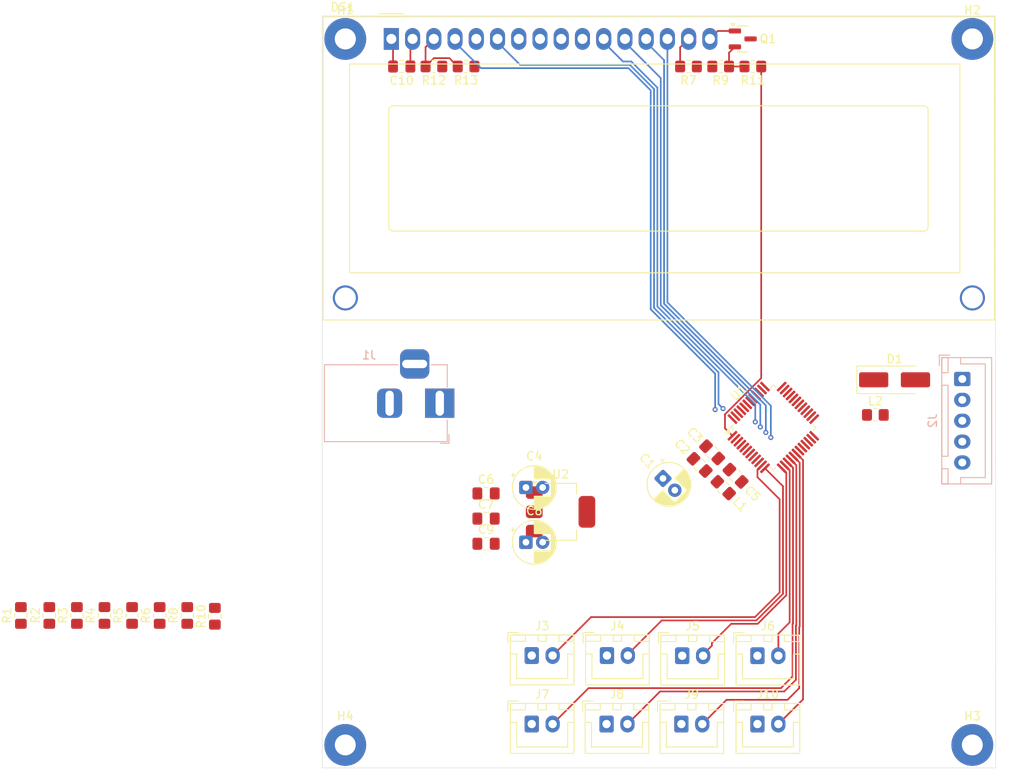
<source format=kicad_pcb>
(kicad_pcb (version 20241229) (generator "pcbnew") (generator_version "9.0")
  (title_block (title "Test Jig - Temperature") (date "2025-10-04") (rev "1.0") (company "Wyre Innovations") (comment 1 "Author: Shishir Dey"))
  (layers (0 "F.Cu" signal) (2 "B.Cu" signal) (13 "F.Paste" user) (15 "B.Paste" user) (5 "F.SilkS" user "F.Silkscreen") (7 "B.SilkS" user "B.Silkscreen") (1 "F.Mask" user) (3 "B.Mask" user) (25 "Edge.Cuts" user))
  (net 0 "")
  (net 1 "MCU_VDD")
  (net 2 "GND")
  (net 3 "Net-(U2-VI)")
  (net 4 "SWD_NRST")
  (net 5 "+3.3V")
  (net 6 "+5V")
  (net 7 "SWD_+5V")
  (net 8 "LCD_RS")
  (net 9 "Net-(DS1-LED(+))")
  (net 10 "LCD_EN")
  (net 11 "LCD_DATA2")
  (net 12 "Net-(DS1-LED(-))")
  (net 13 "LCD_DATA0")
  (net 14 "Net-(DS1-VO)")
  (net 15 "LCD_DATA3")
  (net 16 "LCD_DATA1")
  (net 17 "SWD_SWCLK")
  (net 18 "SWD_SWDIO")
  (net 19 "THERM_1")
  (net 20 "THERM_2")
  (net 21 "THERM_3")
  (net 22 "THERM_4")
  (net 23 "THERM_5")
  (net 24 "THERM_6")
  (net 25 "THERM_7")
  (net 26 "THERM_8")
  (net 27 "Net-(Q1-B)")
  (net 28 "LCD_BACKLIGHT")
  (footprint "Resistor_SMD:R_0805_2012Metric_Pad1.20x1.40mm_HandSolder" (layer "F.Cu") (at 153.107107 117.407107 135)
    (property "Reference" "L1" (at -2.838478 0 135) (layer "F.SilkS"))
    (property "Value" "SHORT/0805")
    (pad "1" smd roundrect (at -1 0 135) (size 1.2 1.4) (layers "F.Cu" "F.Mask" "F.Paste") (roundrect_rratio 0.208333) (net 5 "+3.3V"))
    (pad "2" smd roundrect (at 1 0 135) (size 1.2 1.4) (layers "F.Cu" "F.Mask" "F.Paste") (roundrect_rratio 0.208333) (net 1 "MCU_VDD"))
  )
  (footprint "Resistor_SMD:R_0805_2012Metric_Pad1.20x1.40mm_HandSolder" (layer "F.Cu") (at 122.35 67)
    (property "Reference" "R13" (at 0 1.65 0) (layer "F.SilkS"))
    (property "Value" "1K5/0805")
    (pad "1" smd roundrect (at -1 0) (size 1.2 1.4) (layers "F.Cu" "F.Mask" "F.Paste") (roundrect_rratio 0.208333) (net 14 "Net-(DS1-VO)"))
    (pad "2" smd roundrect (at 1 0) (size 1.2 1.4) (layers "F.Cu" "F.Mask" "F.Paste") (roundrect_rratio 0.208333) (net 2 "GND"))
  )
  (footprint "Connector_JST:JST_XH_B2B-XH-A_1x02_P2.50mm_Vertical" (layer "F.Cu") (at 157.2 137.525)
    (property "Reference" "J6" (at 1.25 -3.55 0) (layer "F.SilkS"))
    (property "Value" "Thermistor")
    (pad "1" thru_hole roundrect (at 0 0) (size 1.7 2) (drill 1) (layers "*.Cu" "*.Mask") (roundrect_rratio 0.147059) (net 2 "GND"))
    (pad "2" thru_hole oval (at 2.5 0) (size 1.7 2) (drill 1) (layers "*.Cu" "*.Mask") (net 22 "THERM_4"))
  )
  (footprint "MountingHole:MountingHole_2.5mm_Pad" (layer "F.Cu") (at 107.9 63.7)
    (property "Reference" "H1" (at 0 -3.45 0) (layer "F.SilkS"))
    (property "Value" "MOUNTING HOLE")
    (pad "1" thru_hole circle (at 0 0) (size 5 5) (drill 2.5) (layers "*.Cu" "*.Mask"))
  )
  (footprint "Resistor_SMD:R_0805_2012Metric_Pad1.20x1.40mm_HandSolder" (layer "F.Cu") (at 75.8 132.7 90)
    (property "Reference" "R3" (at 0 -1.65 90) (layer "F.SilkS"))
    (property "Value" "10K/0805")
    (pad "1" smd roundrect (at -1 0 90) (size 1.2 1.4) (layers "F.Cu" "F.Mask" "F.Paste") (roundrect_rratio 0.208333) (net 6 "+5V"))
    (pad "2" smd roundrect (at 1 0 90) (size 1.2 1.4) (layers "F.Cu" "F.Mask" "F.Paste") (roundrect_rratio 0.208333) (net 21 "THERM_3"))
  )
  (footprint "Connector_JST:JST_XH_B2B-XH-A_1x02_P2.50mm_Vertical" (layer "F.Cu") (at 130.2 137.5)
    (property "Reference" "J3" (at 1.25 -3.55 0) (layer "F.SilkS"))
    (property "Value" "Thermistor")
    (pad "1" thru_hole roundrect (at 0 0) (size 1.7 2) (drill 1) (layers "*.Cu" "*.Mask") (roundrect_rratio 0.147059) (net 2 "GND"))
    (pad "2" thru_hole oval (at 2.5 0) (size 1.7 2) (drill 1) (layers "*.Cu" "*.Mask") (net 19 "THERM_1"))
  )
  (footprint "Capacitor_SMD:C_0805_2012Metric_Pad1.18x1.45mm_HandSolder" (layer "F.Cu") (at 114.65 67 180)
    (property "Reference" "C10" (at 0 -1.68 0) (layer "F.SilkS"))
    (property "Value" "0.1uF/0805")
    (pad "1" smd roundrect (at -1.0375 0 180) (size 1.175 1.45) (layers "F.Cu" "F.Mask" "F.Paste") (roundrect_rratio 0.212766) (net 6 "+5V"))
    (pad "2" smd roundrect (at 1.0375 0 180) (size 1.175 1.45) (layers "F.Cu" "F.Mask" "F.Paste") (roundrect_rratio 0.212766) (net 2 "GND"))
  )
  (footprint "Resistor_SMD:R_0805_2012Metric_Pad1.20x1.40mm_HandSolder" (layer "F.Cu") (at 156.65 67 180)
    (property "Reference" "R11" (at 0 -1.65 0) (layer "F.SilkS"))
    (property "Value" "10K/0805")
    (pad "1" smd roundrect (at -1 0 180) (size 1.2 1.4) (layers "F.Cu" "F.Mask" "F.Paste") (roundrect_rratio 0.208333) (net 28 "LCD_BACKLIGHT"))
    (pad "2" smd roundrect (at 1 0 180) (size 1.2 1.4) (layers "F.Cu" "F.Mask" "F.Paste") (roundrect_rratio 0.208333) (net 27 "Net-(Q1-B)"))
  )
  (footprint "Capacitor_SMD:C_0805_2012Metric_Pad1.18x1.45mm_HandSolder" (layer "F.Cu") (at 151.780591 113.180591 -45)
    (property "Reference" "C3" (at -2.922298 0 135) (layer "F.SilkS"))
    (property "Value" "0.1uF/0805")
    (pad "1" smd roundrect (at -1.0375 0 315) (size 1.175 1.45) (layers "F.Cu" "F.Mask" "F.Paste") (roundrect_rratio 0.212766) (net 1 "MCU_VDD"))
    (pad "2" smd roundrect (at 1.0375 0 315) (size 1.175 1.45) (layers "F.Cu" "F.Mask" "F.Paste") (roundrect_rratio 0.212766) (net 2 "GND"))
  )
  (footprint "Resistor_SMD:R_0805_2012Metric_Pad1.20x1.40mm_HandSolder" (layer "F.Cu") (at 69.1 132.7 90)
    (property "Reference" "R1" (at 0 -1.65 90) (layer "F.SilkS"))
    (property "Value" "10K/0805")
    (pad "1" smd roundrect (at -1 0 90) (size 1.2 1.4) (layers "F.Cu" "F.Mask" "F.Paste") (roundrect_rratio 0.208333) (net 6 "+5V"))
    (pad "2" smd roundrect (at 1 0 90) (size 1.2 1.4) (layers "F.Cu" "F.Mask" "F.Paste") (roundrect_rratio 0.208333) (net 19 "THERM_1"))
  )
  (footprint "Package_QFP:LQFP-48_7x7mm_P0.5mm" (layer "F.Cu") (at 159.1 110.2 45)
    (property "Reference" "U1" (at 0 -5.85 45) (layer "F.SilkS"))
    (property "Value" "STM32G030C6Tx")
    (pad "1" smd roundrect (at -4.1625 -2.75 45) (size 1.475 0.3) (layers "F.Cu" "F.Mask" "F.Paste") (net 28 "LCD_BACKLIGHT"))
    (pad "2" smd roundrect (at -4.1625 -2.25 45) (size 1.475 0.3) (layers "F.Cu" "F.Mask" "F.Paste"))
    (pad "3" smd roundrect (at -4.1625 -1.75 45) (size 1.475 0.3) (layers "F.Cu" "F.Mask" "F.Paste"))
    (pad "4" smd roundrect (at -4.1625 -1.249999 45) (size 1.475 0.3) (layers "F.Cu" "F.Mask" "F.Paste"))
    (pad "5" smd roundrect (at -4.1625 -0.75 45) (size 1.475 0.3) (layers "F.Cu" "F.Mask" "F.Paste") (net 1 "MCU_VDD"))
    (pad "6" smd roundrect (at -4.1625 -0.25 45) (size 1.475 0.3) (layers "F.Cu" "F.Mask" "F.Paste") (net 1 "MCU_VDD"))
    (pad "7" smd roundrect (at -4.1625 0.25 45) (size 1.475 0.3) (layers "F.Cu" "F.Mask" "F.Paste") (net 2 "GND"))
    (pad "8" smd roundrect (at -4.1625 0.75 45) (size 1.475 0.3) (layers "F.Cu" "F.Mask" "F.Paste"))
    (pad "9" smd roundrect (at -4.1625 1.249999 45) (size 1.475 0.3) (layers "F.Cu" "F.Mask" "F.Paste"))
    (pad "10" smd roundrect (at -4.1625 1.75 45) (size 1.475 0.3) (layers "F.Cu" "F.Mask" "F.Paste") (net 4 "SWD_NRST"))
    (pad "11" smd roundrect (at -4.1625 2.25 45) (size 1.475 0.3) (layers "F.Cu" "F.Mask" "F.Paste") (net 19 "THERM_1"))
    (pad "12" smd roundrect (at -4.1625 2.75 45) (size 1.475 0.3) (layers "F.Cu" "F.Mask" "F.Paste") (net 20 "THERM_2"))
    (pad "13" smd roundrect (at -2.75 4.1625 45) (size 0.3 1.475) (layers "F.Cu" "F.Mask" "F.Paste") (net 21 "THERM_3"))
    (pad "14" smd roundrect (at -2.25 4.1625 45) (size 0.3 1.475) (layers "F.Cu" "F.Mask" "F.Paste") (net 22 "THERM_4"))
    (pad "15" smd roundrect (at -1.75 4.1625 45) (size 0.3 1.475) (layers "F.Cu" "F.Mask" "F.Paste") (net 23 "THERM_5"))
    (pad "16" smd roundrect (at -1.249999 4.1625 45) (size 0.3 1.475) (layers "F.Cu" "F.Mask" "F.Paste") (net 24 "THERM_6"))
    (pad "17" smd roundrect (at -0.75 4.1625 45) (size 0.3 1.475) (layers "F.Cu" "F.Mask" "F.Paste") (net 25 "THERM_7"))
    (pad "18" smd roundrect (at -0.25 4.1625 45) (size 0.3 1.475) (layers "F.Cu" "F.Mask" "F.Paste") (net 26 "THERM_8"))
    (pad "19" smd roundrect (at 0.25 4.1625 45) (size 0.3 1.475) (layers "F.Cu" "F.Mask" "F.Paste"))
    (pad "20" smd roundrect (at 0.75 4.1625 45) (size 0.3 1.475) (layers "F.Cu" "F.Mask" "F.Paste"))
    (pad "21" smd roundrect (at 1.249999 4.1625 45) (size 0.3 1.475) (layers "F.Cu" "F.Mask" "F.Paste"))
    (pad "22" smd roundrect (at 1.75 4.1625 45) (size 0.3 1.475) (layers "F.Cu" "F.Mask" "F.Paste"))
    (pad "23" smd roundrect (at 2.25 4.1625 45) (size 0.3 1.475) (layers "F.Cu" "F.Mask" "F.Paste"))
    (pad "24" smd roundrect (at 2.75 4.1625 45) (size 0.3 1.475) (layers "F.Cu" "F.Mask" "F.Paste"))
    (pad "25" smd roundrect (at 4.1625 2.75 45) (size 1.475 0.3) (layers "F.Cu" "F.Mask" "F.Paste"))
    (pad "26" smd roundrect (at 4.1625 2.25 45) (size 1.475 0.3) (layers "F.Cu" "F.Mask" "F.Paste"))
    (pad "27" smd roundrect (at 4.1625 1.75 45) (size 1.475 0.3) (layers "F.Cu" "F.Mask" "F.Paste"))
    (pad "28" smd roundrect (at 4.1625 1.249999 45) (size 1.475 0.3) (layers "F.Cu" "F.Mask" "F.Paste"))
    (pad "29" smd roundrect (at 4.1625 0.75 45) (size 1.475 0.3) (layers "F.Cu" "F.Mask" "F.Paste"))
    (pad "30" smd roundrect (at 4.1625 0.25 45) (size 1.475 0.3) (layers "F.Cu" "F.Mask" "F.Paste"))
    (pad "31" smd roundrect (at 4.1625 -0.25 45) (size 1.475 0.3) (layers "F.Cu" "F.Mask" "F.Paste"))
    (pad "32" smd roundrect (at 4.1625 -0.75 45) (size 1.475 0.3) (layers "F.Cu" "F.Mask" "F.Paste"))
    (pad "33" smd roundrect (at 4.1625 -1.249999 45) (size 1.475 0.3) (layers "F.Cu" "F.Mask" "F.Paste"))
    (pad "34" smd roundrect (at 4.1625 -1.75 45) (size 1.475 0.3) (layers "F.Cu" "F.Mask" "F.Paste"))
    (pad "35" smd roundrect (at 4.1625 -2.25 45) (size 1.475 0.3) (layers "F.Cu" "F.Mask" "F.Paste") (net 18 "SWD_SWDIO"))
    (pad "36" smd roundrect (at 4.1625 -2.75 45) (size 1.475 0.3) (layers "F.Cu" "F.Mask" "F.Paste") (net 17 "SWD_SWCLK"))
    (pad "37" smd roundrect (at 2.75 -4.1625 45) (size 0.3 1.475) (layers "F.Cu" "F.Mask" "F.Paste"))
    (pad "38" smd roundrect (at 2.25 -4.1625 45) (size 0.3 1.475) (layers "F.Cu" "F.Mask" "F.Paste"))
    (pad "39" smd roundrect (at 1.75 -4.1625 45) (size 0.3 1.475) (layers "F.Cu" "F.Mask" "F.Paste"))
    (pad "40" smd roundrect (at 1.249999 -4.1625 45) (size 0.3 1.475) (layers "F.Cu" "F.Mask" "F.Paste"))
    (pad "41" smd roundrect (at 0.75 -4.1625 45) (size 0.3 1.475) (layers "F.Cu" "F.Mask" "F.Paste"))
    (pad "42" smd roundrect (at 0.25 -4.1625 45) (size 0.3 1.475) (layers "F.Cu" "F.Mask" "F.Paste"))
    (pad "43" smd roundrect (at -0.25 -4.1625 45) (size 0.3 1.475) (layers "F.Cu" "F.Mask" "F.Paste") (net 13 "LCD_DATA0"))
    (pad "44" smd roundrect (at -0.75 -4.1625 45) (size 0.3 1.475) (layers "F.Cu" "F.Mask" "F.Paste") (net 16 "LCD_DATA1"))
    (pad "45" smd roundrect (at -1.249999 -4.1625 45) (size 0.3 1.475) (layers "F.Cu" "F.Mask" "F.Paste") (net 11 "LCD_DATA2"))
    (pad "46" smd roundrect (at -1.75 -4.1625 45) (size 0.3 1.475) (layers "F.Cu" "F.Mask" "F.Paste") (net 15 "LCD_DATA3"))
    (pad "47" smd roundrect (at -2.25 -4.1625 45) (size 0.3 1.475) (layers "F.Cu" "F.Mask" "F.Paste") (net 8 "LCD_RS"))
    (pad "48" smd roundrect (at -2.75 -4.1625 45) (size 0.3 1.475) (layers "F.Cu" "F.Mask" "F.Paste") (net 10 "LCD_EN"))
  )
  (footprint "Connector_JST:JST_XH_B2B-XH-A_1x02_P2.50mm_Vertical" (layer "F.Cu") (at 139.2 137.5)
    (property "Reference" "J4" (at 1.25 -3.55 0) (layer "F.SilkS"))
    (property "Value" "Thermistor")
    (pad "1" thru_hole roundrect (at 0 0) (size 1.7 2) (drill 1) (layers "*.Cu" "*.Mask") (roundrect_rratio 0.147059) (net 2 "GND"))
    (pad "2" thru_hole oval (at 2.5 0) (size 1.7 2) (drill 1) (layers "*.Cu" "*.Mask") (net 20 "THERM_2"))
  )
  (footprint "MountingHole:MountingHole_2.5mm_Pad" (layer "F.Cu") (at 107.9 148.2)
    (property "Reference" "H4" (at 0 -3.45 0) (layer "F.SilkS"))
    (property "Value" "MOUNTING HOLE")
    (pad "1" thru_hole circle (at 0 0) (size 5 5) (drill 2.5) (layers "*.Cu" "*.Mask"))
  )
  (footprint "Resistor_SMD:R_0805_2012Metric_Pad1.20x1.40mm_HandSolder" (layer "F.Cu") (at 148.95 67 180)
    (property "Reference" "R7" (at 0 -1.65 0) (layer "F.SilkS"))
    (property "Value" "10K/0805")
    (pad "1" smd roundrect (at -1 0 180) (size 1.2 1.4) (layers "F.Cu" "F.Mask" "F.Paste") (roundrect_rratio 0.208333) (net 6 "+5V"))
    (pad "2" smd roundrect (at 1 0 180) (size 1.2 1.4) (layers "F.Cu" "F.Mask" "F.Paste") (roundrect_rratio 0.208333) (net 9 "Net-(DS1-LED(+))"))
  )
  (footprint "Capacitor_SMD:C_0805_2012Metric_Pad1.18x1.45mm_HandSolder" (layer "F.Cu") (at 124.7375 118.1)
    (property "Reference" "C6" (at 0 -1.68 0) (layer "F.SilkS"))
    (property "Value" "0.1uF/0805")
    (pad "1" smd roundrect (at -1.0375 0) (size 1.175 1.45) (layers "F.Cu" "F.Mask" "F.Paste") (roundrect_rratio 0.212766) (net 3 "Net-(U2-VI)"))
    (pad "2" smd roundrect (at 1.0375 0) (size 1.175 1.45) (layers "F.Cu" "F.Mask" "F.Paste") (roundrect_rratio 0.212766) (net 2 "GND"))
  )
  (footprint "Display:WC1602A" (layer "F.Cu") (at 113.41 63.7)
    (property "Reference" "DS1" (at -5.82 -3.81 0) (layer "F.SilkS"))
    (property "Value" "WC1602A")
    (pad "" thru_hole circle (at -5.4991 0) (size 3 3) (drill 2.5) (layers "*.Cu" "*.Mask"))
    (pad "" thru_hole circle (at -5.4991 31.0007) (size 3 3) (drill 2.5) (layers "*.Cu" "*.Mask"))
    (pad "" thru_hole circle (at 69.49948 31.0007) (size 3 3) (drill 2.5) (layers "*.Cu" "*.Mask"))
    (pad "" thru_hole circle (at 69.5 0) (size 3 3) (drill 2.5) (layers "*.Cu" "*.Mask"))
    (pad "1" thru_hole rect (at 0 0) (size 1.8 2.6) (drill 1.2) (layers "*.Cu" "*.Mask") (net 2 "GND"))
    (pad "2" thru_hole oval (at 2.54 0) (size 1.8 2.6) (drill 1.2) (layers "*.Cu" "*.Mask") (net 6 "+5V"))
    (pad "3" thru_hole oval (at 5.08 0) (size 1.8 2.6) (drill 1.2) (layers "*.Cu" "*.Mask") (net 14 "Net-(DS1-VO)"))
    (pad "4" thru_hole oval (at 7.62 0) (size 1.8 2.6) (drill 1.2) (layers "*.Cu" "*.Mask") (net 8 "LCD_RS"))
    (pad "5" thru_hole oval (at 10.16 0) (size 1.8 2.6) (drill 1.2) (layers "*.Cu" "*.Mask") (net 2 "GND"))
    (pad "6" thru_hole oval (at 12.7 0) (size 1.8 2.6) (drill 1.2) (layers "*.Cu" "*.Mask") (net 10 "LCD_EN"))
    (pad "7" thru_hole oval (at 15.24 0) (size 1.8 2.6) (drill 1.2) (layers "*.Cu" "*.Mask") (net 2 "GND"))
    (pad "8" thru_hole oval (at 17.78 0) (size 1.8 2.6) (drill 1.2) (layers "*.Cu" "*.Mask") (net 2 "GND"))
    (pad "9" thru_hole oval (at 20.32 0) (size 1.8 2.6) (drill 1.2) (layers "*.Cu" "*.Mask") (net 2 "GND"))
    (pad "10" thru_hole oval (at 22.86 0) (size 1.8 2.6) (drill 1.2) (layers "*.Cu" "*.Mask") (net 2 "GND"))
    (pad "11" thru_hole oval (at 25.4 0) (size 1.8 2.6) (drill 1.2) (layers "*.Cu" "*.Mask") (net 13 "LCD_DATA0"))
    (pad "12" thru_hole oval (at 27.94 0) (size 1.8 2.6) (drill 1.2) (layers "*.Cu" "*.Mask") (net 16 "LCD_DATA1"))
    (pad "13" thru_hole oval (at 30.48 0) (size 1.8 2.6) (drill 1.2) (layers "*.Cu" "*.Mask") (net 11 "LCD_DATA2"))
    (pad "14" thru_hole oval (at 33.02 0) (size 1.8 2.6) (drill 1.2) (layers "*.Cu" "*.Mask") (net 15 "LCD_DATA3"))
    (pad "15" thru_hole oval (at 35.56 0) (size 1.8 2.6) (drill 1.2) (layers "*.Cu" "*.Mask") (net 9 "Net-(DS1-LED(+))"))
    (pad "16" thru_hole oval (at 38.1 0) (size 1.8 2.6) (drill 1.2) (layers "*.Cu" "*.Mask") (net 12 "Net-(DS1-LED(-))"))
  )
  (footprint "Capacitor_SMD:C_0805_2012Metric_Pad1.18x1.45mm_HandSolder" (layer "F.Cu") (at 124.7375 124.12)
    (property "Reference" "C9" (at 0 -1.68 0) (layer "F.SilkS"))
    (property "Value" "0.1uF/0805")
    (pad "1" smd roundrect (at -1.0375 0) (size 1.175 1.45) (layers "F.Cu" "F.Mask" "F.Paste") (roundrect_rratio 0.212766) (net 5 "+3.3V"))
    (pad "2" smd roundrect (at 1.0375 0) (size 1.175 1.45) (layers "F.Cu" "F.Mask" "F.Paste") (roundrect_rratio 0.212766) (net 2 "GND"))
  )
  (footprint "MountingHole:MountingHole_2.5mm_Pad" (layer "F.Cu") (at 182.9 63.7)
    (property "Reference" "H2" (at 0 -3.45 0) (layer "F.SilkS"))
    (property "Value" "MOUNTING HOLE")
    (pad "1" thru_hole circle (at 0 0) (size 5 5) (drill 2.5) (layers "*.Cu" "*.Mask"))
  )
  (footprint "Capacitor_SMD:C_0805_2012Metric_Pad1.18x1.45mm_HandSolder" (layer "F.Cu") (at 150.280591 114.680591 -45)
    (property "Reference" "C2" (at -2.993009 -0.070711 135) (layer "F.SilkS"))
    (property "Value" "0.1uF/0805")
    (pad "1" smd roundrect (at -1.0375 0 315) (size 1.175 1.45) (layers "F.Cu" "F.Mask" "F.Paste") (roundrect_rratio 0.212766) (net 1 "MCU_VDD"))
    (pad "2" smd roundrect (at 1.0375 0 315) (size 1.175 1.45) (layers "F.Cu" "F.Mask" "F.Paste") (roundrect_rratio 0.212766) (net 2 "GND"))
  )
  (footprint "Resistor_SMD:R_0805_2012Metric_Pad1.20x1.40mm_HandSolder" (layer "F.Cu") (at 89 132.7 90)
    (property "Reference" "R8" (at 0 -1.65 90) (layer "F.SilkS"))
    (property "Value" "10K/0805")
    (pad "1" smd roundrect (at -1 0 90) (size 1.2 1.4) (layers "F.Cu" "F.Mask" "F.Paste") (roundrect_rratio 0.208333) (net 6 "+5V"))
    (pad "2" smd roundrect (at 1 0 90) (size 1.2 1.4) (layers "F.Cu" "F.Mask" "F.Paste") (roundrect_rratio 0.208333) (net 25 "THERM_7"))
  )
  (footprint "Resistor_SMD:R_0805_2012Metric_Pad1.20x1.40mm_HandSolder" (layer "F.Cu") (at 118.5 67 180)
    (property "Reference" "R12" (at 0 -1.65 0) (layer "F.SilkS"))
    (property "Value" "10K/0805")
    (pad "1" smd roundrect (at -1 0 180) (size 1.2 1.4) (layers "F.Cu" "F.Mask" "F.Paste") (roundrect_rratio 0.208333) (net 6 "+5V"))
    (pad "2" smd roundrect (at 1 0 180) (size 1.2 1.4) (layers "F.Cu" "F.Mask" "F.Paste") (roundrect_rratio 0.208333) (net 14 "Net-(DS1-VO)"))
  )
  (footprint "Capacitor_THT:CP_Radial_D5.0mm_P2.00mm" (layer "F.Cu") (at 129.507275 117.39)
    (property "Reference" "C4" (at 1 -3.75 0) (layer "F.SilkS"))
    (property "Value" "100uF/25V")
    (pad "1" thru_hole roundrect (at 0 0) (size 1.6 1.6) (drill 0.8) (layers "*.Cu" "*.Mask") (roundrect_rratio 0.15625) (net 3 "Net-(U2-VI)"))
    (pad "2" thru_hole circle (at 2 0) (size 1.6 1.6) (drill 0.8) (layers "*.Cu" "*.Mask") (net 2 "GND"))
  )
  (footprint "Resistor_SMD:R_0805_2012Metric_Pad1.20x1.40mm_HandSolder" (layer "F.Cu") (at 92.3 132.8 90)
    (property "Reference" "R10" (at 0 -1.65 90) (layer "F.SilkS"))
    (property "Value" "10K/0805")
    (pad "1" smd roundrect (at -1 0 90) (size 1.2 1.4) (layers "F.Cu" "F.Mask" "F.Paste") (roundrect_rratio 0.208333) (net 6 "+5V"))
    (pad "2" smd roundrect (at 1 0 90) (size 1.2 1.4) (layers "F.Cu" "F.Mask" "F.Paste") (roundrect_rratio 0.208333) (net 26 "THERM_8"))
  )
  (footprint "Package_TO_SOT_SMD:SOT-23" (layer "F.Cu") (at 155.4375 63.7)
    (property "Reference" "Q1" (at 3.0125 0 0) (layer "F.SilkS"))
    (property "Value" "BC547")
    (pad "1" smd roundrect (at -0.9375 -0.95) (size 1.475 0.6) (layers "F.Cu" "F.Mask" "F.Paste") (net 12 "Net-(DS1-LED(-))"))
    (pad "2" smd roundrect (at -0.9375 0.95) (size 1.475 0.6) (layers "F.Cu" "F.Mask" "F.Paste") (net 27 "Net-(Q1-B)"))
    (pad "3" smd roundrect (at 0.9375 0) (size 1.475 0.6) (layers "F.Cu" "F.Mask" "F.Paste") (net 2 "GND"))
  )
  (footprint "Package_TO_SOT_SMD:SOT-223-3_TabPin2" (layer "F.Cu") (at 133.65 120.3)
    (property "Reference" "U2" (at 0 -4.5 0) (layer "F.SilkS"))
    (property "Value" "TL1117B-3.3")
    (pad "1" smd roundrect (at -3.15 -2.3) (size 2 1.5) (layers "F.Cu" "F.Mask" "F.Paste") (net 2 "GND"))
    (pad "2" smd roundrect (at -3.15 0) (size 2 1.5) (layers "F.Cu" "F.Mask" "F.Paste") (net 5 "+3.3V"))
    (pad "2" smd roundrect (at 3.15 0) (size 2 3.8) (layers "F.Cu" "F.Mask" "F.Paste") (net 5 "+3.3V"))
    (pad "3" smd roundrect (at -3.15 2.3) (size 2 1.5) (layers "F.Cu" "F.Mask" "F.Paste") (net 3 "Net-(U2-VI)"))
  )
  (footprint "Resistor_SMD:R_0805_2012Metric_Pad1.20x1.40mm_HandSolder" (layer "F.Cu") (at 79.1 132.7 90)
    (property "Reference" "R4" (at 0 -1.65 90) (layer "F.SilkS"))
    (property "Value" "10K/0805")
    (pad "1" smd roundrect (at -1 0 90) (size 1.2 1.4) (layers "F.Cu" "F.Mask" "F.Paste") (roundrect_rratio 0.208333) (net 6 "+5V"))
    (pad "2" smd roundrect (at 1 0 90) (size 1.2 1.4) (layers "F.Cu" "F.Mask" "F.Paste") (roundrect_rratio 0.208333) (net 22 "THERM_4"))
  )
  (footprint "Capacitor_SMD:C_0805_2012Metric_Pad1.18x1.45mm_HandSolder" (layer "F.Cu") (at 154.580591 115.980591 -45)
    (property "Reference" "C5" (at 2.946688 0.070711 135) (layer "F.SilkS"))
    (property "Value" "0.1uF/0805")
    (pad "1" smd roundrect (at -1.0375 0 315) (size 1.175 1.45) (layers "F.Cu" "F.Mask" "F.Paste") (roundrect_rratio 0.212766) (net 4 "SWD_NRST"))
    (pad "2" smd roundrect (at 1.0375 0 315) (size 1.175 1.45) (layers "F.Cu" "F.Mask" "F.Paste") (roundrect_rratio 0.212766) (net 2 "GND"))
  )
  (footprint "Diode_SMD:D_SMA_Handsoldering" (layer "F.Cu") (at 173.6 104.5)
    (property "Reference" "D1" (at 0 -2.5 0) (layer "F.SilkS"))
    (property "Value" "40V")
    (pad "1" smd roundrect (at -2.5 0) (size 3.5 1.8) (layers "F.Cu" "F.Mask" "F.Paste") (roundrect_rratio 0.1388888889) (net 6 "+5V"))
    (pad "2" smd roundrect (at 2.5 0) (size 3.5 1.8) (layers "F.Cu" "F.Mask" "F.Paste") (roundrect_rratio 0.1388888889) (net 7 "SWD_+5V"))
  )
  (footprint "Resistor_SMD:R_0805_2012Metric_Pad1.20x1.40mm_HandSolder" (layer "F.Cu") (at 85.7 132.7 90)
    (property "Reference" "R6" (at 0 -1.65 90) (layer "F.SilkS"))
    (property "Value" "10K/0805")
    (pad "1" smd roundrect (at -1 0 90) (size 1.2 1.4) (layers "F.Cu" "F.Mask" "F.Paste") (roundrect_rratio 0.208333) (net 6 "+5V"))
    (pad "2" smd roundrect (at 1 0 90) (size 1.2 1.4) (layers "F.Cu" "F.Mask" "F.Paste") (roundrect_rratio 0.208333) (net 24 "THERM_6"))
  )
  (footprint "MountingHole:MountingHole_2.5mm_Pad" (layer "F.Cu") (at 182.9 148.2)
    (property "Reference" "H3" (at 0 -3.45 0) (layer "F.SilkS"))
    (property "Value" "MOUNTING HOLE")
    (pad "1" thru_hole circle (at 0 0) (size 5 5) (drill 2.5) (layers "*.Cu" "*.Mask"))
  )
  (footprint "Capacitor_THT:CP_Radial_D5.0mm_P2.00mm" (layer "F.Cu") (at 129.507275 123.94)
    (property "Reference" "C8" (at 1 -3.75 0) (layer "F.SilkS"))
    (property "Value" "47uF/25V")
    (pad "1" thru_hole roundrect (at 0 0) (size 1.6 1.6) (drill 0.8) (layers "*.Cu" "*.Mask") (roundrect_rratio 0.15625) (net 5 "+3.3V"))
    (pad "2" thru_hole circle (at 2 0) (size 1.6 1.6) (drill 0.8) (layers "*.Cu" "*.Mask") (net 2 "GND"))
  )
  (footprint "Connector_JST:JST_XH_B2B-XH-A_1x02_P2.50mm_Vertical" (layer "F.Cu") (at 157.2 145.7)
    (property "Reference" "J10" (at 1.25 -3.55 0) (layer "F.SilkS"))
    (property "Value" "Thermistor")
    (pad "1" thru_hole roundrect (at 0 0) (size 1.7 2) (drill 1) (layers "*.Cu" "*.Mask") (roundrect_rratio 0.147059) (net 2 "GND"))
    (pad "2" thru_hole oval (at 2.5 0) (size 1.7 2) (drill 1) (layers "*.Cu" "*.Mask") (net 26 "THERM_8"))
  )
  (footprint "Connector_JST:JST_XH_B2B-XH-A_1x02_P2.50mm_Vertical" (layer "F.Cu") (at 148.2 137.525)
    (property "Reference" "J5" (at 1.25 -3.55 0) (layer "F.SilkS"))
    (property "Value" "Thermistor")
    (pad "1" thru_hole roundrect (at 0 0) (size 1.7 2) (drill 1) (layers "*.Cu" "*.Mask") (roundrect_rratio 0.147059) (net 2 "GND"))
    (pad "2" thru_hole oval (at 2.5 0) (size 1.7 2) (drill 1) (layers "*.Cu" "*.Mask") (net 21 "THERM_3"))
  )
  (footprint "Capacitor_SMD:C_0805_2012Metric_Pad1.18x1.45mm_HandSolder" (layer "F.Cu") (at 124.7375 121.11)
    (property "Reference" "C7" (at 0 -1.68 0) (layer "F.SilkS"))
    (property "Value" "0.1uF/0805")
    (pad "1" smd roundrect (at -1.0375 0) (size 1.175 1.45) (layers "F.Cu" "F.Mask" "F.Paste") (roundrect_rratio 0.212766) (net 3 "Net-(U2-VI)"))
    (pad "2" smd roundrect (at 1.0375 0) (size 1.175 1.45) (layers "F.Cu" "F.Mask" "F.Paste") (roundrect_rratio 0.212766) (net 2 "GND"))
  )
  (footprint "Resistor_SMD:R_0805_2012Metric_Pad1.20x1.40mm_HandSolder" (layer "F.Cu") (at 82.4 132.7 90)
    (property "Reference" "R5" (at 0 -1.65 90) (layer "F.SilkS"))
    (property "Value" "10K/0805")
    (pad "1" smd roundrect (at -1 0 90) (size 1.2 1.4) (layers "F.Cu" "F.Mask" "F.Paste") (roundrect_rratio 0.208333) (net 6 "+5V"))
    (pad "2" smd roundrect (at 1 0 90) (size 1.2 1.4) (layers "F.Cu" "F.Mask" "F.Paste") (roundrect_rratio 0.208333) (net 23 "THERM_5"))
  )
  (footprint "Capacitor_THT:CP_Radial_D5.0mm_P2.00mm" (layer "F.Cu") (at 145.9 116.3 -45)
    (property "Reference" "C1" (at -2.808325 -0.141421 135) (layer "F.SilkS"))
    (property "Value" "4.7uF/25V")
    (pad "1" thru_hole roundrect (at 0 0 315) (size 1.6 1.6) (drill 0.8) (layers "*.Cu" "*.Mask") (roundrect_rratio 0.15625) (net 1 "MCU_VDD"))
    (pad "2" thru_hole circle (at 2.000001 0 315) (size 1.6 1.6) (drill 0.8) (layers "*.Cu" "*.Mask") (net 2 "GND"))
  )
  (footprint "Connector_JST:JST_XH_B2B-XH-A_1x02_P2.50mm_Vertical" (layer "F.Cu") (at 130.2 145.7)
    (property "Reference" "J7" (at 1.25 -3.55 0) (layer "F.SilkS"))
    (property "Value" "Thermistor")
    (pad "1" thru_hole roundrect (at 0 0) (size 1.7 2) (drill 1) (layers "*.Cu" "*.Mask") (roundrect_rratio 0.147059) (net 2 "GND"))
    (pad "2" thru_hole oval (at 2.5 0) (size 1.7 2) (drill 1) (layers "*.Cu" "*.Mask") (net 23 "THERM_5"))
  )
  (footprint "Connector_JST:JST_XH_B2B-XH-A_1x02_P2.50mm_Vertical" (layer "F.Cu") (at 148.1 145.7)
    (property "Reference" "J9" (at 1.25 -3.55 0) (layer "F.SilkS"))
    (property "Value" "Thermistor")
    (pad "1" thru_hole roundrect (at 0 0) (size 1.7 2) (drill 1) (layers "*.Cu" "*.Mask") (roundrect_rratio 0.147059) (net 2 "GND"))
    (pad "2" thru_hole oval (at 2.5 0) (size 1.7 2) (drill 1) (layers "*.Cu" "*.Mask") (net 25 "THERM_7"))
  )
  (footprint "Resistor_SMD:R_0805_2012Metric_Pad1.20x1.40mm_HandSolder" (layer "F.Cu") (at 152.8 67 180)
    (property "Reference" "R9" (at 0 -1.65 0) (layer "F.SilkS"))
    (property "Value" "10K/0805")
    (pad "1" smd roundrect (at -1 0 180) (size 1.2 1.4) (layers "F.Cu" "F.Mask" "F.Paste") (roundrect_rratio 0.208333) (net 27 "Net-(Q1-B)"))
    (pad "2" smd roundrect (at 1 0 180) (size 1.2 1.4) (layers "F.Cu" "F.Mask" "F.Paste") (roundrect_rratio 0.208333) (net 2 "GND"))
  )
  (footprint "Resistor_SMD:R_0805_2012Metric_Pad1.20x1.40mm_HandSolder" (layer "F.Cu") (at 171.3 108.7)
    (property "Reference" "L2" (at 0 -1.65 0) (layer "F.SilkS"))
    (property "Value" "SHORT/0805")
    (pad "1" smd roundrect (at -1 0) (size 1.2 1.4) (layers "F.Cu" "F.Mask" "F.Paste") (roundrect_rratio 0.208333) (net 6 "+5V"))
    (pad "2" smd roundrect (at 1 0) (size 1.2 1.4) (layers "F.Cu" "F.Mask" "F.Paste") (roundrect_rratio 0.208333) (net 3 "Net-(U2-VI)"))
  )
  (footprint "Connector_JST:JST_XH_B2B-XH-A_1x02_P2.50mm_Vertical" (layer "F.Cu") (at 139.15 145.7)
    (property "Reference" "J8" (at 1.25 -3.55 0) (layer "F.SilkS"))
    (property "Value" "Thermistor")
    (pad "1" thru_hole roundrect (at 0 0) (size 1.7 2) (drill 1) (layers "*.Cu" "*.Mask") (roundrect_rratio 0.147059) (net 2 "GND"))
    (pad "2" thru_hole oval (at 2.5 0) (size 1.7 2) (drill 1) (layers "*.Cu" "*.Mask") (net 24 "THERM_6"))
  )
  (footprint "Resistor_SMD:R_0805_2012Metric_Pad1.20x1.40mm_HandSolder" (layer "F.Cu") (at 72.5 132.7 90)
    (property "Reference" "R2" (at 0 -1.65 90) (layer "F.SilkS"))
    (property "Value" "10K/0805")
    (pad "1" smd roundrect (at -1 0 90) (size 1.2 1.4) (layers "F.Cu" "F.Mask" "F.Paste") (roundrect_rratio 0.208333) (net 6 "+5V"))
    (pad "2" smd roundrect (at 1 0 90) (size 1.2 1.4) (layers "F.Cu" "F.Mask" "F.Paste") (roundrect_rratio 0.208333) (net 20 "THERM_2"))
  )
  (footprint "Connector_BarrelJack:BarrelJack_Horizontal" (layer "B.Cu") (at 119.2 107.3)
    (property "Reference" "J1" (at -8.45 -5.75 0) (layer "B.SilkS") (effects (justify mirror)))
    (property "Value" "Jack-DC")
    (pad "1" thru_hole rect (at 0 0) (size 3.5 3.5) (drill oval 1 3) (layers "*.Cu" "*.Mask") (net 6 "+5V"))
    (pad "2" thru_hole roundrect (at -6 0) (size 3 3.5) (drill oval 1 3) (layers "*.Cu" "*.Mask") (net 2 "GND"))
    (pad "3" thru_hole roundrect (at -3 -4.7) (size 3.5 3.5) (drill oval 3 1) (layers "*.Cu" "*.Mask"))
  )
  (footprint "Connector_JST:JST_XH_B5B-XH-A_1x05_P2.50mm_Vertical" (layer "B.Cu") (at 181.7 104.4 -90)
    (property "Reference" "J2" (at 5 3.55 90) (layer "B.SilkS") (effects (justify mirror)))
    (property "Value" "SWD")
    (pad "1" thru_hole roundrect (at 0 0 270) (size 1.7 1.95) (drill 0.95) (layers "*.Cu" "*.Mask") (roundrect_rratio 0.147059) (net 7 "SWD_+5V"))
    (pad "2" thru_hole oval (at 2.5 0 270) (size 1.7 1.95) (drill 0.95) (layers "*.Cu" "*.Mask") (net 18 "SWD_SWDIO"))
    (pad "3" thru_hole oval (at 5 0 270) (size 1.7 1.95) (drill 0.95) (layers "*.Cu" "*.Mask") (net 17 "SWD_SWCLK"))
    (pad "4" thru_hole oval (at 7.5 0 270) (size 1.7 1.95) (drill 0.95) (layers "*.Cu" "*.Mask") (net 4 "SWD_NRST"))
    (pad "5" thru_hole oval (at 10 0 270) (size 1.7 1.95) (drill 0.95) (layers "*.Cu" "*.Mask") (net 2 "GND"))
  )
  (gr_line (start 185.65 60.95) (end 185.7 150.95) (stroke (width 0.05)) (layer "Edge.Cuts"))
  (gr_line (start 105.15 150.95) (end 185.7 150.95) (stroke (width 0.05)) (layer "Edge.Cuts"))
  (gr_line (start 105.15 60.95) (end 105.15 150.95) (stroke (width 0.05)) (layer "Edge.Cuts"))
  (gr_line (start 105.15 60.95) (end 185.65 60.95) (stroke (width 0.05)) (layer "Edge.Cuts"))
  (segment (start 113.6125 67) (end 113.6125 63.9025) (width 0.2) (layer "F.Cu") (net 2))
  (segment (start 113.6125 63.9025) (end 113.41 63.7) (width 0.2) (layer "F.Cu") (net 2))
  (segment (start 115.6875 63.9625) (end 115.95 63.7) (width 0.2) (layer "F.Cu") (net 6))
  (segment (start 115.6875 67) (end 115.6875 63.9625) (width 0.2) (layer "F.Cu") (net 6))
  (via (at 152.14038 108.05962) (size 0.6) (drill 0.3) (layers "F.Cu" "B.Cu") (net 8))
  (segment (start 141.770159 67.2) (end 144.43 69.859841) (width 0.2) (layer "B.Cu") (net 8))
  (segment (start 121.03 64.1) (end 124.13 67.2) (width 0.2) (layer "B.Cu") (net 8))
  (segment (start 152.14038 103.76881) (end 152.14038 108.05962) (width 0.2) (layer "B.Cu") (net 8))
  (segment (start 121.03 63.7) (end 121.03 64.1) (width 0.2) (layer "B.Cu") (net 8))
  (segment (start 124.13 67.2) (end 141.770159 67.2) (width 0.2) (layer "B.Cu") (net 8))
  (segment (start 144.43 69.859841) (end 144.43 96.058429) (width 0.2) (layer "B.Cu") (net 8))
  (segment (start 144.43 96.058429) (end 152.14038 103.76881) (width 0.2) (layer "B.Cu") (net 8))
  (segment (start 147.95 67) (end 147.95 64.72) (width 0.2) (layer "F.Cu") (net 9))
  (segment (start 147.95 64.72) (end 148.97 63.7) (width 0.2) (layer "F.Cu") (net 9))
  (via (at 153.085471 107.939966) (size 0.6) (drill 0.3) (layers "F.Cu" "B.Cu") (net 10))
  (segment (start 144.83 95.892743) (end 152.54038 103.603124) (width 0.2) (layer "B.Cu") (net 10))
  (segment (start 152.54038 107.394875) (end 153.085471 107.939966) (width 0.2) (layer "B.Cu") (net 10))
  (segment (start 128.81 66.8) (end 141.935844 66.8) (width 0.2) (layer "B.Cu") (net 10))
  (segment (start 144.83 69.694156) (end 144.83 95.892743) (width 0.2) (layer "B.Cu") (net 10))
  (segment (start 126.11 63.7) (end 126.11 64.1) (width 0.2) (layer "B.Cu") (net 10))
  (segment (start 126.11 64.1) (end 128.81 66.8) (width 0.2) (layer "B.Cu") (net 10))
  (segment (start 141.935844 66.8) (end 144.83 69.694156) (width 0.2) (layer "B.Cu") (net 10))
  (segment (start 152.54038 103.603124) (end 152.54038 107.394875) (width 0.2) (layer "B.Cu") (net 10))
  (via (at 158.2 110.8) (size 0.6) (drill 0.3) (layers "F.Cu" "B.Cu") (net 11))
  (segment (start 146.03 95.395685) (end 146.03 66.24) (width 0.2) (layer "B.Cu") (net 11))
  (segment (start 158.2 110.8) (end 158.2 107.565686) (width 0.2) (layer "B.Cu") (net 11))
  (segment (start 143.89 64.1) (end 143.89 63.7) (width 0.2) (layer "B.Cu") (net 11))
  (segment (start 158.2 107.565686) (end 146.03 95.395685) (width 0.2) (layer "B.Cu") (net 11))
  (segment (start 146.03 66.24) (end 143.89 64.1) (width 0.2) (layer "B.Cu") (net 11))
  (segment (start 154.5 62.75) (end 152.46 62.75) (width 0.2) (layer "F.Cu") (net 12))
  (segment (start 152.46 62.75) (end 151.51 63.7) (width 0.2) (layer "F.Cu") (net 12))
  (via (at 156.939337 109.539337) (size 0.6) (drill 0.3) (layers "F.Cu" "B.Cu") (net 13))
  (segment (start 141.11 66.4) (end 142.101529 66.4) (width 0.2) (layer "B.Cu") (net 13))
  (segment (start 145.23 69.528471) (end 145.23 95.727057) (width 0.2) (layer "B.Cu") (net 13))
  (segment (start 142.101529 66.4) (end 145.23 69.528471) (width 0.2) (layer "B.Cu") (net 13))
  (segment (start 138.81 64.1) (end 141.11 66.4) (width 0.2) (layer "B.Cu") (net 13))
  (segment (start 145.23 95.727057) (end 156.939337 107.436395) (width 0.2) (layer "B.Cu") (net 13))
  (segment (start 138.81 63.7) (end 138.81 64.1) (width 0.2) (layer "B.Cu") (net 13))
  (segment (start 156.939337 107.436395) (end 156.939337 109.539337) (width 0.2) (layer "B.Cu") (net 13))
  (segment (start 121.35 67) (end 120.349 65.999) (width 0.2) (layer "F.Cu") (net 14))
  (segment (start 117.5 64.69) (end 118.49 63.7) (width 0.2) (layer "F.Cu") (net 14))
  (segment (start 117.5 67) (end 117.5 64.69) (width 0.2) (layer "F.Cu") (net 14))
  (segment (start 118.501 65.999) (end 117.5 67) (width 0.2) (layer "F.Cu") (net 14))
  (segment (start 120.349 65.999) (end 118.501 65.999) (width 0.2) (layer "F.Cu") (net 14))
  (via (at 158.8 111.4) (size 0.6) (drill 0.3) (layers "F.Cu" "B.Cu") (net 15))
  (segment (start 158.8 107.6) (end 158.8 111.4) (width 0.2) (layer "B.Cu") (net 15))
  (segment (start 146.43 63.7) (end 146.43 95.23) (width 0.2) (layer "B.Cu") (net 15))
  (segment (start 146.43 95.23) (end 158.8 107.6) (width 0.2) (layer "B.Cu") (net 15))
  (via (at 157.54038 110.14038) (size 0.6) (drill 0.3) (layers "F.Cu" "B.Cu") (net 16))
  (segment (start 141.35 63.7) (end 141.35 64.1) (width 0.2) (layer "B.Cu") (net 16))
  (segment (start 141.35 64.1) (end 145.63 68.38) (width 0.2) (layer "B.Cu") (net 16))
  (segment (start 145.63 95.561371) (end 157.54038 107.471752) (width 0.2) (layer "B.Cu") (net 16))
  (segment (start 145.63 68.38) (end 145.63 95.561371) (width 0.2) (layer "B.Cu") (net 16))
  (segment (start 157.54038 107.471752) (end 157.54038 110.14038) (width 0.2) (layer "B.Cu") (net 16))
  (segment (start 137.3 132.9) (end 132.7 137.5) (width 0.2) (layer "F.Cu") (net 19))
  (segment (start 156.9 132.9) (end 137.3 132.9) (width 0.2) (layer "F.Cu") (net 19))
  (segment (start 159.850995 118.800995) (end 159.850995 129.949005) (width 0.2) (layer "F.Cu") (net 19))
  (segment (start 157.747658 114.734322) (end 157.202251 115.279729) (width 0.2) (layer "F.Cu") (net 19))
  (segment (start 157.202251 115.279729) (end 157.202251 116.152251) (width 0.2) (layer "F.Cu") (net 19))
  (segment (start 159.850995 129.949005) (end 156.9 132.9) (width 0.2) (layer "F.Cu") (net 19))
  (segment (start 157.202251 116.152251) (end 159.850995 118.800995) (width 0.2) (layer "F.Cu") (net 19))
  (segment (start 158.101212 115.087876) (end 160.250995 117.237659) (width 0.2) (layer "F.Cu") (net 20))
  (segment (start 141.7 137.35) (end 141.7 137.5) (width 0.2) (layer "F.Cu") (net 20))
  (segment (start 160.250995 117.237659) (end 160.250995 130.114691) (width 0.2) (layer "F.Cu") (net 20))
  (segment (start 145.75 133.3) (end 141.7 137.35) (width 0.2) (layer "F.Cu") (net 20))
  (segment (start 157.065685 133.3) (end 145.75 133.3) (width 0.2) (layer "F.Cu") (net 20))
  (segment (start 160.250995 130.114691) (end 157.065685 133.3) (width 0.2) (layer "F.Cu") (net 20))
  (segment (start 150.7 137.375) (end 150.7 137.525) (width 0.2) (layer "F.Cu") (net 21))
  (segment (start 151.75 136.325) (end 150.7 137.375) (width 0.2) (layer "F.Cu") (net 21))
  (segment (start 160.650995 130.280376) (end 157.231371 133.7) (width 0.2) (layer "F.Cu") (net 21))
  (segment (start 157.231371 133.7) (end 154.065685 133.7) (width 0.2) (layer "F.Cu") (net 21))
  (segment (start 154.065685 133.7) (end 151.75 136.015685) (width 0.2) (layer "F.Cu") (net 21))
  (segment (start 160.098788 115.087876) (end 160.650995 115.640083) (width 0.2) (layer "F.Cu") (net 21))
  (segment (start 160.650995 115.640083) (end 160.650995 130.280376) (width 0.2) (layer "F.Cu") (net 21))
  (segment (start 151.75 136.015685) (end 151.75 136.325) (width 0.2) (layer "F.Cu") (net 21))
  (segment (start 161.050995 133.530376) (end 159.7 134.881371) (width 0.2) (layer "F.Cu") (net 22))
  (segment (start 159.7 134.881371) (end 159.7 137.525) (width 0.2) (layer "F.Cu") (net 22))
  (segment (start 161.050995 115.332975) (end 161.050995 133.530376) (width 0.2) (layer "F.Cu") (net 22))
  (segment (start 160.452342 114.734322) (end 161.050995 115.332975) (width 0.2) (layer "F.Cu") (net 22))
  (segment (start 137.001 141.399) (end 132.7 145.7) (width 0.2) (layer "F.Cu") (net 23))
  (segment (start 160.805895 114.380769) (end 161.450995 115.025869) (width 0.2) (layer "F.Cu") (net 23))
  (segment (start 160.001 141.399) (end 137.001 141.399) (width 0.2) (layer "F.Cu") (net 23))
  (segment (start 161.397743 133.749313) (end 161.397743 140.002257) (width 0.2) (layer "F.Cu") (net 23))
  (segment (start 161.450995 133.696061) (end 161.397743 133.749313) (width 0.2) (layer "F.Cu") (net 23))
  (segment (start 161.397743 140.002257) (end 160.001 141.399) (width 0.2) (layer "F.Cu") (net 23))
  (segment (start 161.450995 115.025869) (end 161.450995 133.696061) (width 0.2) (layer "F.Cu") (net 23))
  (segment (start 161.797743 140.169357) (end 161.797743 140.402257) (width 0.2) (layer "F.Cu") (net 24))
  (segment (start 161.850995 114.718761) (end 161.850995 133.863162) (width 0.2) (layer "F.Cu") (net 24))
  (segment (start 161.850995 133.863162) (end 161.798743 133.915414) (width 0.2) (layer "F.Cu") (net 24))
  (segment (start 160.4 141.8) (end 145.55 141.8) (width 0.2) (layer "F.Cu") (net 24))
  (segment (start 161.797743 140.402257) (end 160.4 141.8) (width 0.2) (layer "F.Cu") (net 24))
  (segment (start 161.159449 114.027215) (end 161.850995 114.718761) (width 0.2) (layer "F.Cu") (net 24))
  (segment (start 161.798743 140.168357) (end 161.797743 140.169357) (width 0.2) (layer "F.Cu") (net 24))
  (segment (start 161.798743 133.915414) (end 161.798743 140.168357) (width 0.2) (layer "F.Cu") (net 24))
  (segment (start 145.55 141.8) (end 141.65 145.7) (width 0.2) (layer "F.Cu") (net 24))
  (segment (start 162.250995 114.411655) (end 162.250995 134.028847) (width 0.2) (layer "F.Cu") (net 25))
  (segment (start 162.198743 140.334043) (end 162.197743 140.335042) (width 0.2) (layer "F.Cu") (net 25))
  (segment (start 162.198743 134.081099) (end 162.198743 140.334043) (width 0.2) (layer "F.Cu") (net 25))
  (segment (start 160.8 142.8) (end 153.5 142.8) (width 0.2) (layer "F.Cu") (net 25))
  (segment (start 161.513002 113.673662) (end 162.250995 114.411655) (width 0.2) (layer "F.Cu") (net 25))
  (segment (start 153.5 142.8) (end 150.6 145.7) (width 0.2) (layer "F.Cu") (net 25))
  (segment (start 162.250995 134.028847) (end 162.198743 134.081099) (width 0.2) (layer "F.Cu") (net 25))
  (segment (start 162.197743 141.402257) (end 160.8 142.8) (width 0.2) (layer "F.Cu") (net 25))
  (segment (start 162.197743 140.335042) (end 162.197743 141.402257) (width 0.2) (layer "F.Cu") (net 25))
  (segment (start 161.866555 113.320109) (end 162.650995 114.104549) (width 0.2) (layer "F.Cu") (net 26))
  (segment (start 162.650995 114.104549) (end 162.650995 142.749005) (width 0.2) (layer "F.Cu") (net 26))
  (segment (start 162.650995 142.749005) (end 159.7 145.7) (width 0.2) (layer "F.Cu") (net 26))
  (segment (start 153.8 65.35) (end 154.5 64.65) (width 0.2) (layer "F.Cu") (net 27))
  (segment (start 153.8 67) (end 155.65 67) (width 0.2) (layer "F.Cu") (net 27))
  (segment (start 153.8 67) (end 153.8 65.35) (width 0.2) (layer "F.Cu") (net 27))
  (segment (start 157.65 104.294676) (end 157.65 67) (width 0.2) (layer "F.Cu") (net 28))
  (segment (start 153.313163 108.631513) (end 157.65 104.294676) (width 0.2) (layer "F.Cu") (net 28))
  (segment (start 154.212124 111.198788) (end 153.313163 110.299827) (width 0.2) (layer "F.Cu") (net 28))
  (segment (start 153.313163 110.299827) (end 153.313163 108.631513) (width 0.2) (layer "F.Cu") (net 28))
)
</source>
